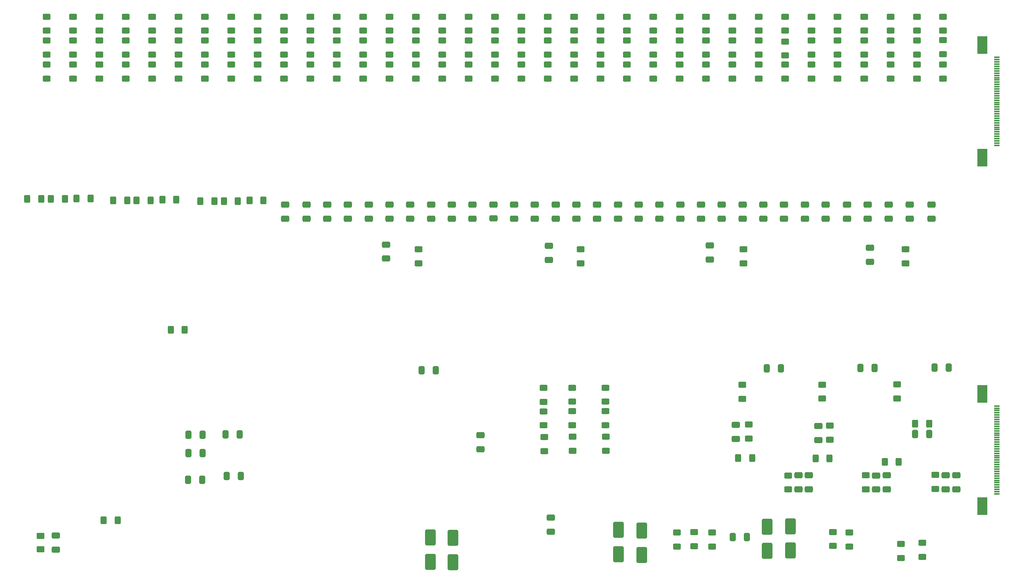
<source format=gbr>
%TF.GenerationSoftware,KiCad,Pcbnew,(7.0.0)*%
%TF.CreationDate,2024-10-14T13:46:46+03:30*%
%TF.ProjectId,tester,74657374-6572-42e6-9b69-6361645f7063,rev?*%
%TF.SameCoordinates,Original*%
%TF.FileFunction,Paste,Bot*%
%TF.FilePolarity,Positive*%
%FSLAX46Y46*%
G04 Gerber Fmt 4.6, Leading zero omitted, Abs format (unit mm)*
G04 Created by KiCad (PCBNEW (7.0.0)) date 2024-10-14 13:46:46*
%MOMM*%
%LPD*%
G01*
G04 APERTURE LIST*
G04 Aperture macros list*
%AMRoundRect*
0 Rectangle with rounded corners*
0 $1 Rounding radius*
0 $2 $3 $4 $5 $6 $7 $8 $9 X,Y pos of 4 corners*
0 Add a 4 corners polygon primitive as box body*
4,1,4,$2,$3,$4,$5,$6,$7,$8,$9,$2,$3,0*
0 Add four circle primitives for the rounded corners*
1,1,$1+$1,$2,$3*
1,1,$1+$1,$4,$5*
1,1,$1+$1,$6,$7*
1,1,$1+$1,$8,$9*
0 Add four rect primitives between the rounded corners*
20,1,$1+$1,$2,$3,$4,$5,0*
20,1,$1+$1,$4,$5,$6,$7,0*
20,1,$1+$1,$6,$7,$8,$9,0*
20,1,$1+$1,$8,$9,$2,$3,0*%
G04 Aperture macros list end*
%ADD10R,1.300000X0.300000*%
%ADD11R,2.200000X4.000000*%
%ADD12RoundRect,0.250000X0.625000X-0.400000X0.625000X0.400000X-0.625000X0.400000X-0.625000X-0.400000X0*%
%ADD13RoundRect,0.250000X0.412500X0.650000X-0.412500X0.650000X-0.412500X-0.650000X0.412500X-0.650000X0*%
%ADD14RoundRect,0.250000X-0.650000X0.412500X-0.650000X-0.412500X0.650000X-0.412500X0.650000X0.412500X0*%
%ADD15RoundRect,0.250000X-0.900000X1.500000X-0.900000X-1.500000X0.900000X-1.500000X0.900000X1.500000X0*%
%ADD16RoundRect,0.250000X0.400000X0.625000X-0.400000X0.625000X-0.400000X-0.625000X0.400000X-0.625000X0*%
%ADD17RoundRect,0.250000X0.650000X-0.412500X0.650000X0.412500X-0.650000X0.412500X-0.650000X-0.412500X0*%
%ADD18RoundRect,0.250000X-0.412500X-0.650000X0.412500X-0.650000X0.412500X0.650000X-0.412500X0.650000X0*%
%ADD19RoundRect,0.250000X-0.625000X0.400000X-0.625000X-0.400000X0.625000X-0.400000X0.625000X0.400000X0*%
%ADD20RoundRect,0.250000X-0.400000X-0.625000X0.400000X-0.625000X0.400000X0.625000X-0.400000X0.625000X0*%
%ADD21RoundRect,0.250001X-0.624999X0.462499X-0.624999X-0.462499X0.624999X-0.462499X0.624999X0.462499X0*%
G04 APERTURE END LIST*
D10*
%TO.C,J2*%
X248639999Y-133899999D03*
X248639999Y-133399999D03*
X248639999Y-132899999D03*
X248639999Y-132399999D03*
X248639999Y-131899999D03*
X248639999Y-131399999D03*
X248639999Y-130899999D03*
X248639999Y-130399999D03*
X248639999Y-129899999D03*
X248639999Y-129399999D03*
X248639999Y-128899999D03*
X248639999Y-128399999D03*
X248639999Y-127899999D03*
X248639999Y-127399999D03*
X248639999Y-126899999D03*
X248639999Y-126399999D03*
X248639999Y-125899999D03*
X248639999Y-125399999D03*
X248639999Y-124899999D03*
X248639999Y-124399999D03*
X248639999Y-123899999D03*
X248639999Y-123399999D03*
X248639999Y-122899999D03*
X248639999Y-122399999D03*
X248639999Y-121899999D03*
X248639999Y-121399999D03*
X248639999Y-120899999D03*
X248639999Y-120399999D03*
X248639999Y-119899999D03*
X248639999Y-119399999D03*
X248639999Y-118899999D03*
X248639999Y-118399999D03*
X248639999Y-117899999D03*
X248639999Y-117399999D03*
X248639999Y-116899999D03*
X248639999Y-116399999D03*
X248639999Y-115899999D03*
X248639999Y-115399999D03*
X248639999Y-114899999D03*
X248639999Y-114399999D03*
D11*
X245419999Y-136619999D03*
X245419999Y-111679999D03*
%TD*%
D10*
%TO.C,J2*%
X248639999Y-56579999D03*
X248639999Y-56079999D03*
X248639999Y-55579999D03*
X248639999Y-55079999D03*
X248639999Y-54579999D03*
X248639999Y-54079999D03*
X248639999Y-53579999D03*
X248639999Y-53079999D03*
X248639999Y-52579999D03*
X248639999Y-52079999D03*
X248639999Y-51579999D03*
X248639999Y-51079999D03*
X248639999Y-50579999D03*
X248639999Y-50079999D03*
X248639999Y-49579999D03*
X248639999Y-49079999D03*
X248639999Y-48579999D03*
X248639999Y-48079999D03*
X248639999Y-47579999D03*
X248639999Y-47079999D03*
X248639999Y-46579999D03*
X248639999Y-46079999D03*
X248639999Y-45579999D03*
X248639999Y-45079999D03*
X248639999Y-44579999D03*
X248639999Y-44079999D03*
X248639999Y-43579999D03*
X248639999Y-43079999D03*
X248639999Y-42579999D03*
X248639999Y-42079999D03*
X248639999Y-41579999D03*
X248639999Y-41079999D03*
X248639999Y-40579999D03*
X248639999Y-40079999D03*
X248639999Y-39579999D03*
X248639999Y-39079999D03*
X248639999Y-38579999D03*
X248639999Y-38079999D03*
X248639999Y-37579999D03*
X248639999Y-37079999D03*
D11*
X245419999Y-59299999D03*
X245419999Y-34359999D03*
%TD*%
D12*
%TO.C,R129*%
X219228042Y-31135000D03*
X219228042Y-28035000D03*
%TD*%
%TO.C,R97*%
X192277500Y-112800000D03*
X192277500Y-109700000D03*
%TD*%
D13*
%TO.C,C16*%
X81140000Y-129960000D03*
X78015000Y-129960000D03*
%TD*%
D14*
%TO.C,C22*%
X40240000Y-143147500D03*
X40240000Y-146272500D03*
%TD*%
D12*
%TO.C,R309*%
X67335314Y-41770280D03*
X67335314Y-38670280D03*
%TD*%
D14*
%TO.C,C99*%
X201521500Y-69754564D03*
X201521500Y-72879564D03*
%TD*%
D15*
%TO.C,D37*%
X123140000Y-143572500D03*
X123140000Y-148972500D03*
%TD*%
D12*
%TO.C,R262*%
X108229510Y-31135000D03*
X108229510Y-28035000D03*
%TD*%
%TO.C,R241*%
X125755594Y-31135000D03*
X125755594Y-28035000D03*
%TD*%
%TO.C,R260*%
X108229510Y-41770280D03*
X108229510Y-38670280D03*
%TD*%
D16*
%TO.C,R409*%
X42190000Y-68485000D03*
X39090000Y-68485000D03*
%TD*%
D12*
%TO.C,R311*%
X67335314Y-31135000D03*
X67335314Y-28035000D03*
%TD*%
D17*
%TO.C,C88*%
X220515000Y-82397500D03*
X220515000Y-79272500D03*
%TD*%
D14*
%TO.C,C115*%
X127921500Y-69724564D03*
X127921500Y-72849564D03*
%TD*%
D15*
%TO.C,D32*%
X202945000Y-141057500D03*
X202945000Y-146457500D03*
%TD*%
D16*
%TO.C,R395*%
X80515000Y-68935000D03*
X77415000Y-68935000D03*
%TD*%
%TO.C,R408*%
X47890000Y-68384999D03*
X44790000Y-68384999D03*
%TD*%
D12*
%TO.C,R317*%
X61493286Y-36452640D03*
X61493286Y-33352640D03*
%TD*%
D14*
%TO.C,C98*%
X206121500Y-69754564D03*
X206121500Y-72879564D03*
%TD*%
D18*
%TO.C,C63*%
X190152500Y-143485000D03*
X193277500Y-143485000D03*
%TD*%
%TO.C,C86*%
X234877500Y-105885000D03*
X238002500Y-105885000D03*
%TD*%
%TO.C,C125*%
X121207500Y-106510000D03*
X124332500Y-106510000D03*
%TD*%
D14*
%TO.C,C97*%
X210721500Y-69754564D03*
X210721500Y-72879564D03*
%TD*%
D12*
%TO.C,R96*%
X226515000Y-112710000D03*
X226515000Y-109610000D03*
%TD*%
%TO.C,R219*%
X143281678Y-36452640D03*
X143281678Y-33352640D03*
%TD*%
D19*
%TO.C,R59*%
X177765000Y-142495000D03*
X177765000Y-145595000D03*
%TD*%
D12*
%TO.C,R438*%
X161964999Y-113435000D03*
X161964999Y-110335000D03*
%TD*%
D14*
%TO.C,C119*%
X109521500Y-69724564D03*
X109521500Y-72849564D03*
%TD*%
D12*
%TO.C,R274*%
X96545454Y-41770280D03*
X96545454Y-38670280D03*
%TD*%
%TO.C,R281*%
X90703426Y-41770280D03*
X90703426Y-38670280D03*
%TD*%
%TO.C,R107*%
X236740000Y-36335000D03*
X236740000Y-33235000D03*
%TD*%
%TO.C,R416*%
X49809230Y-36452640D03*
X49809230Y-33352640D03*
%TD*%
D17*
%TO.C,C67*%
X134290000Y-123972500D03*
X134290000Y-120847500D03*
%TD*%
D12*
%TO.C,R204*%
X154965734Y-41770280D03*
X154965734Y-38670280D03*
%TD*%
D14*
%TO.C,C107*%
X164721500Y-69724564D03*
X164721500Y-72849564D03*
%TD*%
D12*
%TO.C,R289*%
X84861398Y-36452640D03*
X84861398Y-33352640D03*
%TD*%
%TO.C,R310*%
X67335314Y-36452640D03*
X67335314Y-33352640D03*
%TD*%
%TO.C,R290*%
X84861398Y-31135000D03*
X84861398Y-28035000D03*
%TD*%
%TO.C,R431*%
X38125174Y-31135000D03*
X38125174Y-28035000D03*
%TD*%
%TO.C,R121*%
X225070070Y-36452640D03*
X225070070Y-33352640D03*
%TD*%
D16*
%TO.C,R396*%
X75315000Y-68935000D03*
X72215000Y-68935000D03*
%TD*%
D19*
%TO.C,R62*%
X181565000Y-142395000D03*
X181565000Y-145495000D03*
%TD*%
D12*
%TO.C,R303*%
X73177342Y-36452640D03*
X73177342Y-33352640D03*
%TD*%
%TO.C,R275*%
X96545454Y-36452640D03*
X96545454Y-33352640D03*
%TD*%
%TO.C,R234*%
X131597622Y-31135000D03*
X131597622Y-28035000D03*
%TD*%
%TO.C,R171*%
X184175874Y-31135000D03*
X184175874Y-28035000D03*
%TD*%
D14*
%TO.C,C114*%
X132521500Y-69724564D03*
X132521500Y-72849564D03*
%TD*%
D12*
%TO.C,R148*%
X201701958Y-41770280D03*
X201701958Y-38670280D03*
%TD*%
%TO.C,R227*%
X137439650Y-31135000D03*
X137439650Y-28035000D03*
%TD*%
D19*
%TO.C,R100*%
X156440000Y-79635000D03*
X156440000Y-82735000D03*
%TD*%
D12*
%TO.C,R316*%
X61493286Y-41770280D03*
X61493286Y-38670280D03*
%TD*%
%TO.C,R437*%
X161964999Y-118635000D03*
X161964999Y-115535000D03*
%TD*%
%TO.C,R92*%
X202390000Y-132910000D03*
X202390000Y-129810000D03*
%TD*%
%TO.C,R452*%
X148264999Y-113485000D03*
X148264999Y-110385000D03*
%TD*%
D14*
%TO.C,C96*%
X215421500Y-69754564D03*
X215421500Y-72879564D03*
%TD*%
D12*
%TO.C,R246*%
X119913566Y-41770280D03*
X119913566Y-38670280D03*
%TD*%
%TO.C,R114*%
X230912098Y-36452640D03*
X230912098Y-33352640D03*
%TD*%
%TO.C,R295*%
X79019370Y-41770280D03*
X79019370Y-38670280D03*
%TD*%
D17*
%TO.C,C71*%
X190840000Y-121722500D03*
X190840000Y-118597500D03*
%TD*%
D14*
%TO.C,C116*%
X123321500Y-69724564D03*
X123321500Y-72849564D03*
%TD*%
D12*
%TO.C,R120*%
X225070070Y-41770280D03*
X225070070Y-38670280D03*
%TD*%
D14*
%TO.C,C104*%
X178521500Y-69754564D03*
X178521500Y-72879564D03*
%TD*%
D12*
%TO.C,R162*%
X190017902Y-41770280D03*
X190017902Y-38670280D03*
%TD*%
%TO.C,R183*%
X172491818Y-41770280D03*
X172491818Y-38670280D03*
%TD*%
D14*
%TO.C,C101*%
X192321500Y-69754564D03*
X192321500Y-72879564D03*
%TD*%
D12*
%TO.C,R324*%
X55651258Y-36452640D03*
X55651258Y-33352640D03*
%TD*%
%TO.C,R225*%
X137439650Y-41770280D03*
X137439650Y-38670280D03*
%TD*%
D19*
%TO.C,R64*%
X185565000Y-142495000D03*
X185565000Y-145595000D03*
%TD*%
D16*
%TO.C,R83*%
X226915000Y-126760000D03*
X223815000Y-126760000D03*
%TD*%
D12*
%TO.C,R142*%
X207543986Y-36452640D03*
X207543986Y-33352640D03*
%TD*%
%TO.C,R178*%
X178333846Y-31135000D03*
X178333846Y-28035000D03*
%TD*%
%TO.C,R143*%
X207543986Y-31135000D03*
X207543986Y-28035000D03*
%TD*%
%TO.C,R211*%
X149123706Y-41770280D03*
X149123706Y-38670280D03*
%TD*%
%TO.C,R95*%
X209927500Y-112775000D03*
X209927500Y-109675000D03*
%TD*%
D16*
%TO.C,R394*%
X86215000Y-68834999D03*
X83115000Y-68834999D03*
%TD*%
D15*
%TO.C,D36*%
X128140000Y-143647500D03*
X128140000Y-149047500D03*
%TD*%
%TO.C,D31*%
X197745000Y-141157500D03*
X197745000Y-146557500D03*
%TD*%
D12*
%TO.C,R113*%
X230912098Y-41770280D03*
X230912098Y-38670280D03*
%TD*%
D18*
%TO.C,C23*%
X69515000Y-130760000D03*
X72640000Y-130760000D03*
%TD*%
D19*
%TO.C,R101*%
X120540000Y-79635000D03*
X120540000Y-82735000D03*
%TD*%
D16*
%TO.C,R84*%
X194440000Y-125935000D03*
X191340000Y-125935000D03*
%TD*%
D14*
%TO.C,C123*%
X91021500Y-69724564D03*
X91021500Y-72849564D03*
%TD*%
%TO.C,C120*%
X104921500Y-69724564D03*
X104921500Y-72849564D03*
%TD*%
D12*
%TO.C,R122*%
X225070070Y-31135000D03*
X225070070Y-28035000D03*
%TD*%
%TO.C,R163*%
X190017902Y-36452640D03*
X190017902Y-33352640D03*
%TD*%
D17*
%TO.C,C68*%
X209140000Y-121997500D03*
X209140000Y-118872500D03*
%TD*%
D16*
%TO.C,R402*%
X61190000Y-68760000D03*
X58090000Y-68760000D03*
%TD*%
D14*
%TO.C,C105*%
X173921500Y-69754564D03*
X173921500Y-72879564D03*
%TD*%
D12*
%TO.C,R240*%
X125755594Y-36452640D03*
X125755594Y-33352640D03*
%TD*%
D19*
%TO.C,R63*%
X215965000Y-142470000D03*
X215965000Y-145570000D03*
%TD*%
D15*
%TO.C,D34*%
X169965000Y-142070000D03*
X169965000Y-147470000D03*
%TD*%
D12*
%TO.C,R417*%
X49809230Y-31135000D03*
X49809230Y-28035000D03*
%TD*%
D20*
%TO.C,R86*%
X230540000Y-118285000D03*
X233640000Y-118285000D03*
%TD*%
D12*
%TO.C,R283*%
X90703426Y-31135000D03*
X90703426Y-28035000D03*
%TD*%
%TO.C,R87*%
X193665000Y-121610000D03*
X193665000Y-118510000D03*
%TD*%
%TO.C,R91*%
X235040000Y-132785000D03*
X235040000Y-129685000D03*
%TD*%
%TO.C,R267*%
X102387482Y-41770280D03*
X102387482Y-38670280D03*
%TD*%
%TO.C,R106*%
X236740000Y-41770280D03*
X236740000Y-38670280D03*
%TD*%
%TO.C,R318*%
X61493286Y-31135000D03*
X61493286Y-28035000D03*
%TD*%
%TO.C,R184*%
X172491818Y-36452640D03*
X172491818Y-33352640D03*
%TD*%
%TO.C,R436*%
X162065000Y-124335000D03*
X162065000Y-121235000D03*
%TD*%
%TO.C,R248*%
X119913566Y-31135000D03*
X119913566Y-28035000D03*
%TD*%
D18*
%TO.C,C85*%
X218465000Y-105925000D03*
X221590000Y-105925000D03*
%TD*%
D12*
%TO.C,R135*%
X213304160Y-36452640D03*
X213304160Y-33352640D03*
%TD*%
D16*
%TO.C,R403*%
X55990000Y-68760000D03*
X52890000Y-68760000D03*
%TD*%
D12*
%TO.C,R205*%
X154965734Y-36452640D03*
X154965734Y-33352640D03*
%TD*%
D14*
%TO.C,C92*%
X234165000Y-69747500D03*
X234165000Y-72872500D03*
%TD*%
D12*
%TO.C,R206*%
X154965734Y-31135000D03*
X154965734Y-28035000D03*
%TD*%
%TO.C,R296*%
X79019370Y-36452640D03*
X79019370Y-33352640D03*
%TD*%
%TO.C,R198*%
X160807762Y-36452640D03*
X160807762Y-33352640D03*
%TD*%
D17*
%TO.C,C82*%
X239640000Y-132897500D03*
X239640000Y-129772500D03*
%TD*%
D12*
%TO.C,R430*%
X38125174Y-36452640D03*
X38125174Y-33352640D03*
%TD*%
D15*
%TO.C,D33*%
X164865000Y-141870000D03*
X164865000Y-147270000D03*
%TD*%
D16*
%TO.C,R82*%
X211590000Y-126035000D03*
X208490000Y-126035000D03*
%TD*%
D12*
%TO.C,R261*%
X108229510Y-36452640D03*
X108229510Y-33352640D03*
%TD*%
%TO.C,R444*%
X154564999Y-118635000D03*
X154564999Y-115535000D03*
%TD*%
%TO.C,R134*%
X213304160Y-41770280D03*
X213304160Y-38670280D03*
%TD*%
%TO.C,R254*%
X114071538Y-36452640D03*
X114071538Y-33352640D03*
%TD*%
%TO.C,R255*%
X114071538Y-31135000D03*
X114071538Y-28035000D03*
%TD*%
D14*
%TO.C,C113*%
X137121500Y-69687064D03*
X137121500Y-72812064D03*
%TD*%
D12*
%TO.C,R136*%
X213304160Y-31135000D03*
X213304160Y-28035000D03*
%TD*%
%TO.C,R164*%
X190017902Y-31135000D03*
X190017902Y-28035000D03*
%TD*%
%TO.C,R429*%
X38125174Y-41770280D03*
X38125174Y-38670280D03*
%TD*%
D20*
%TO.C,R453*%
X50815000Y-139785000D03*
X53915000Y-139785000D03*
%TD*%
D12*
%TO.C,R157*%
X195859930Y-31135000D03*
X195859930Y-28035000D03*
%TD*%
%TO.C,R276*%
X96545454Y-31135000D03*
X96545454Y-28035000D03*
%TD*%
D14*
%TO.C,C61*%
X149860000Y-139177500D03*
X149860000Y-142302500D03*
%TD*%
%TO.C,C103*%
X183121500Y-69754564D03*
X183121500Y-72879564D03*
%TD*%
D19*
%TO.C,R60*%
X212365000Y-142357500D03*
X212365000Y-145457500D03*
%TD*%
D21*
%TO.C,R17*%
X36840000Y-143222500D03*
X36840000Y-146197500D03*
%TD*%
D12*
%TO.C,R443*%
X154665000Y-124335000D03*
X154665000Y-121235000D03*
%TD*%
%TO.C,R141*%
X207543986Y-41770280D03*
X207543986Y-38670280D03*
%TD*%
D14*
%TO.C,C93*%
X229365000Y-69747500D03*
X229365000Y-72872500D03*
%TD*%
D12*
%TO.C,R269*%
X102387482Y-31135000D03*
X102387482Y-28035000D03*
%TD*%
%TO.C,R90*%
X219590000Y-132885000D03*
X219590000Y-129785000D03*
%TD*%
%TO.C,R212*%
X149123706Y-36452640D03*
X149123706Y-33352640D03*
%TD*%
D16*
%TO.C,R401*%
X66890000Y-68659999D03*
X63790000Y-68659999D03*
%TD*%
D12*
%TO.C,R199*%
X160807762Y-31135000D03*
X160807762Y-28035000D03*
%TD*%
D17*
%TO.C,C91*%
X113390000Y-81697500D03*
X113390000Y-78572500D03*
%TD*%
D12*
%TO.C,R128*%
X219228042Y-36452640D03*
X219228042Y-33352640D03*
%TD*%
D17*
%TO.C,C76*%
X237340000Y-132897500D03*
X237340000Y-129772500D03*
%TD*%
%TO.C,C75*%
X221890000Y-132922500D03*
X221890000Y-129797500D03*
%TD*%
D12*
%TO.C,R232*%
X131597622Y-41770280D03*
X131597622Y-38670280D03*
%TD*%
%TO.C,R288*%
X84861398Y-41770280D03*
X84861398Y-38670280D03*
%TD*%
%TO.C,R302*%
X73177342Y-41770280D03*
X73177342Y-38670280D03*
%TD*%
%TO.C,R253*%
X114071538Y-41770280D03*
X114071538Y-38670280D03*
%TD*%
%TO.C,R304*%
X73177342Y-31135000D03*
X73177342Y-28035000D03*
%TD*%
%TO.C,R185*%
X172491818Y-31135000D03*
X172491818Y-28035000D03*
%TD*%
D19*
%TO.C,R99*%
X192490000Y-79635000D03*
X192490000Y-82735000D03*
%TD*%
D14*
%TO.C,C121*%
X100321500Y-69724564D03*
X100321500Y-72849564D03*
%TD*%
D20*
%TO.C,R456*%
X65665000Y-97510000D03*
X68765000Y-97510000D03*
%TD*%
D17*
%TO.C,C81*%
X224240000Y-132897500D03*
X224240000Y-129772500D03*
%TD*%
D19*
%TO.C,R98*%
X228440000Y-79660000D03*
X228440000Y-82760000D03*
%TD*%
D12*
%TO.C,R220*%
X143281678Y-31135000D03*
X143281678Y-28035000D03*
%TD*%
D14*
%TO.C,C108*%
X160121500Y-69724564D03*
X160121500Y-72849564D03*
%TD*%
D12*
%TO.C,R155*%
X195859930Y-41770280D03*
X195859930Y-38670280D03*
%TD*%
D19*
%TO.C,R72*%
X227365000Y-145007500D03*
X227365000Y-148107500D03*
%TD*%
D12*
%TO.C,R451*%
X148264999Y-118685000D03*
X148264999Y-115585000D03*
%TD*%
D14*
%TO.C,C110*%
X150921500Y-69724564D03*
X150921500Y-72849564D03*
%TD*%
D12*
%TO.C,R85*%
X211615000Y-121885000D03*
X211615000Y-118785000D03*
%TD*%
%TO.C,R282*%
X90703426Y-36452640D03*
X90703426Y-33352640D03*
%TD*%
D14*
%TO.C,C112*%
X141721500Y-69724564D03*
X141721500Y-72849564D03*
%TD*%
D12*
%TO.C,R325*%
X55651258Y-31135000D03*
X55651258Y-28035000D03*
%TD*%
D17*
%TO.C,C89*%
X185040000Y-81922500D03*
X185040000Y-78797500D03*
%TD*%
D18*
%TO.C,C15*%
X69615000Y-124860000D03*
X72740000Y-124860000D03*
%TD*%
D12*
%TO.C,R247*%
X119913566Y-36452640D03*
X119913566Y-33352640D03*
%TD*%
%TO.C,R213*%
X149123706Y-31135000D03*
X149123706Y-28035000D03*
%TD*%
%TO.C,R268*%
X102387482Y-36452640D03*
X102387482Y-33352640D03*
%TD*%
%TO.C,R191*%
X166649790Y-36452640D03*
X166649790Y-33352640D03*
%TD*%
%TO.C,R127*%
X219228042Y-41770280D03*
X219228042Y-38670280D03*
%TD*%
D14*
%TO.C,C118*%
X114121500Y-69724564D03*
X114121500Y-72849564D03*
%TD*%
D12*
%TO.C,R218*%
X143281678Y-41770280D03*
X143281678Y-38670280D03*
%TD*%
D19*
%TO.C,R73*%
X232115000Y-144760000D03*
X232115000Y-147860000D03*
%TD*%
D14*
%TO.C,C100*%
X196921500Y-69754564D03*
X196921500Y-72879564D03*
%TD*%
%TO.C,C94*%
X224665000Y-69747500D03*
X224665000Y-72872500D03*
%TD*%
D12*
%TO.C,R422*%
X43967202Y-41770280D03*
X43967202Y-38670280D03*
%TD*%
D18*
%TO.C,C70*%
X230527500Y-120635000D03*
X233652500Y-120635000D03*
%TD*%
D12*
%TO.C,R150*%
X201701958Y-31135000D03*
X201701958Y-28035000D03*
%TD*%
%TO.C,R297*%
X79019370Y-31135000D03*
X79019370Y-28035000D03*
%TD*%
D17*
%TO.C,C90*%
X149440000Y-81997500D03*
X149440000Y-78872500D03*
%TD*%
D12*
%TO.C,R226*%
X137439650Y-36452640D03*
X137439650Y-33352640D03*
%TD*%
%TO.C,R197*%
X160807762Y-41770280D03*
X160807762Y-38670280D03*
%TD*%
D14*
%TO.C,C122*%
X95721500Y-69724564D03*
X95721500Y-72849564D03*
%TD*%
D12*
%TO.C,R323*%
X55651258Y-41770280D03*
X55651258Y-38670280D03*
%TD*%
D18*
%TO.C,C21*%
X69615000Y-120760000D03*
X72740000Y-120760000D03*
%TD*%
D12*
%TO.C,R149*%
X201701958Y-36635000D03*
X201701958Y-33535000D03*
%TD*%
D13*
%TO.C,C87*%
X200802500Y-106085000D03*
X197677500Y-106085000D03*
%TD*%
D17*
%TO.C,C77*%
X204690000Y-132897500D03*
X204690000Y-129772500D03*
%TD*%
D12*
%TO.C,R445*%
X154564999Y-113435000D03*
X154564999Y-110335000D03*
%TD*%
D14*
%TO.C,C102*%
X187721500Y-69754564D03*
X187721500Y-72879564D03*
%TD*%
D12*
%TO.C,R170*%
X184175874Y-36452640D03*
X184175874Y-33352640D03*
%TD*%
%TO.C,R177*%
X178333846Y-36452640D03*
X178333846Y-33352640D03*
%TD*%
%TO.C,R108*%
X236740000Y-31135000D03*
X236740000Y-28035000D03*
%TD*%
D14*
%TO.C,C106*%
X169321500Y-69754564D03*
X169321500Y-72879564D03*
%TD*%
%TO.C,C111*%
X146321500Y-69724564D03*
X146321500Y-72849564D03*
%TD*%
D16*
%TO.C,R410*%
X36990000Y-68485000D03*
X33890000Y-68485000D03*
%TD*%
D12*
%TO.C,R115*%
X230912098Y-31135000D03*
X230912098Y-28035000D03*
%TD*%
%TO.C,R424*%
X43967202Y-31135000D03*
X43967202Y-28035000D03*
%TD*%
D14*
%TO.C,C117*%
X118721500Y-69724564D03*
X118721500Y-72849564D03*
%TD*%
D12*
%TO.C,R415*%
X49809230Y-41770280D03*
X49809230Y-38670280D03*
%TD*%
%TO.C,R156*%
X195859930Y-36452640D03*
X195859930Y-33352640D03*
%TD*%
%TO.C,R190*%
X166649790Y-41770280D03*
X166649790Y-38670280D03*
%TD*%
%TO.C,R450*%
X148365000Y-124385000D03*
X148365000Y-121285000D03*
%TD*%
D14*
%TO.C,C109*%
X155521500Y-69724564D03*
X155521500Y-72849564D03*
%TD*%
D17*
%TO.C,C83*%
X207015000Y-132872500D03*
X207015000Y-129747500D03*
%TD*%
D12*
%TO.C,R192*%
X166649790Y-31135000D03*
X166649790Y-28035000D03*
%TD*%
%TO.C,R176*%
X178333846Y-41770280D03*
X178333846Y-38670280D03*
%TD*%
%TO.C,R233*%
X131597622Y-36452640D03*
X131597622Y-33352640D03*
%TD*%
%TO.C,R239*%
X125755594Y-41770280D03*
X125755594Y-38670280D03*
%TD*%
%TO.C,R169*%
X184175874Y-41770280D03*
X184175874Y-38670280D03*
%TD*%
%TO.C,R423*%
X43967202Y-36452640D03*
X43967202Y-33352640D03*
%TD*%
D14*
%TO.C,C95*%
X220021500Y-69754564D03*
X220021500Y-72879564D03*
%TD*%
D13*
%TO.C,C19*%
X80940000Y-120660000D03*
X77815000Y-120660000D03*
%TD*%
M02*

</source>
